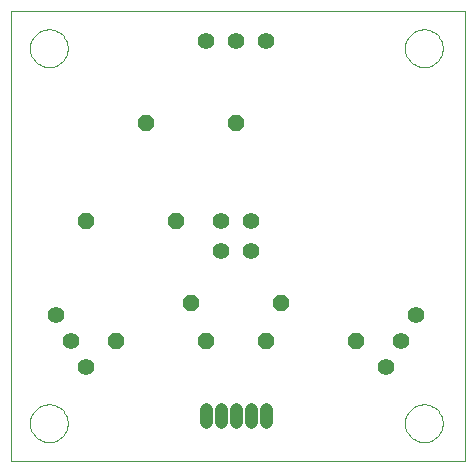
<source format=gtl>
G75*
G70*
%OFA0B0*%
%FSLAX24Y24*%
%IPPOS*%
%LPD*%
%AMOC8*
5,1,8,0,0,1.08239X$1,22.5*
%
%ADD10C,0.0000*%
%ADD11C,0.0551*%
%ADD12OC8,0.0520*%
%ADD13C,0.0560*%
%ADD14C,0.0436*%
D10*
X000100Y000100D02*
X000100Y015100D01*
X000100Y015096D02*
X015220Y015096D01*
X015220Y000100D01*
X000100Y000100D01*
X000720Y001350D02*
X000722Y001400D01*
X000728Y001450D01*
X000738Y001499D01*
X000752Y001547D01*
X000769Y001594D01*
X000790Y001639D01*
X000815Y001683D01*
X000843Y001724D01*
X000875Y001763D01*
X000909Y001800D01*
X000946Y001834D01*
X000986Y001864D01*
X001028Y001891D01*
X001072Y001915D01*
X001118Y001936D01*
X001165Y001952D01*
X001213Y001965D01*
X001263Y001974D01*
X001312Y001979D01*
X001363Y001980D01*
X001413Y001977D01*
X001462Y001970D01*
X001511Y001959D01*
X001559Y001944D01*
X001605Y001926D01*
X001650Y001904D01*
X001693Y001878D01*
X001734Y001849D01*
X001773Y001817D01*
X001809Y001782D01*
X001841Y001744D01*
X001871Y001704D01*
X001898Y001661D01*
X001921Y001617D01*
X001940Y001571D01*
X001956Y001523D01*
X001968Y001474D01*
X001976Y001425D01*
X001980Y001375D01*
X001980Y001325D01*
X001976Y001275D01*
X001968Y001226D01*
X001956Y001177D01*
X001940Y001129D01*
X001921Y001083D01*
X001898Y001039D01*
X001871Y000996D01*
X001841Y000956D01*
X001809Y000918D01*
X001773Y000883D01*
X001734Y000851D01*
X001693Y000822D01*
X001650Y000796D01*
X001605Y000774D01*
X001559Y000756D01*
X001511Y000741D01*
X001462Y000730D01*
X001413Y000723D01*
X001363Y000720D01*
X001312Y000721D01*
X001263Y000726D01*
X001213Y000735D01*
X001165Y000748D01*
X001118Y000764D01*
X001072Y000785D01*
X001028Y000809D01*
X000986Y000836D01*
X000946Y000866D01*
X000909Y000900D01*
X000875Y000937D01*
X000843Y000976D01*
X000815Y001017D01*
X000790Y001061D01*
X000769Y001106D01*
X000752Y001153D01*
X000738Y001201D01*
X000728Y001250D01*
X000722Y001300D01*
X000720Y001350D01*
X000720Y013850D02*
X000722Y013900D01*
X000728Y013950D01*
X000738Y013999D01*
X000752Y014047D01*
X000769Y014094D01*
X000790Y014139D01*
X000815Y014183D01*
X000843Y014224D01*
X000875Y014263D01*
X000909Y014300D01*
X000946Y014334D01*
X000986Y014364D01*
X001028Y014391D01*
X001072Y014415D01*
X001118Y014436D01*
X001165Y014452D01*
X001213Y014465D01*
X001263Y014474D01*
X001312Y014479D01*
X001363Y014480D01*
X001413Y014477D01*
X001462Y014470D01*
X001511Y014459D01*
X001559Y014444D01*
X001605Y014426D01*
X001650Y014404D01*
X001693Y014378D01*
X001734Y014349D01*
X001773Y014317D01*
X001809Y014282D01*
X001841Y014244D01*
X001871Y014204D01*
X001898Y014161D01*
X001921Y014117D01*
X001940Y014071D01*
X001956Y014023D01*
X001968Y013974D01*
X001976Y013925D01*
X001980Y013875D01*
X001980Y013825D01*
X001976Y013775D01*
X001968Y013726D01*
X001956Y013677D01*
X001940Y013629D01*
X001921Y013583D01*
X001898Y013539D01*
X001871Y013496D01*
X001841Y013456D01*
X001809Y013418D01*
X001773Y013383D01*
X001734Y013351D01*
X001693Y013322D01*
X001650Y013296D01*
X001605Y013274D01*
X001559Y013256D01*
X001511Y013241D01*
X001462Y013230D01*
X001413Y013223D01*
X001363Y013220D01*
X001312Y013221D01*
X001263Y013226D01*
X001213Y013235D01*
X001165Y013248D01*
X001118Y013264D01*
X001072Y013285D01*
X001028Y013309D01*
X000986Y013336D01*
X000946Y013366D01*
X000909Y013400D01*
X000875Y013437D01*
X000843Y013476D01*
X000815Y013517D01*
X000790Y013561D01*
X000769Y013606D01*
X000752Y013653D01*
X000738Y013701D01*
X000728Y013750D01*
X000722Y013800D01*
X000720Y013850D01*
X013220Y013850D02*
X013222Y013900D01*
X013228Y013950D01*
X013238Y013999D01*
X013252Y014047D01*
X013269Y014094D01*
X013290Y014139D01*
X013315Y014183D01*
X013343Y014224D01*
X013375Y014263D01*
X013409Y014300D01*
X013446Y014334D01*
X013486Y014364D01*
X013528Y014391D01*
X013572Y014415D01*
X013618Y014436D01*
X013665Y014452D01*
X013713Y014465D01*
X013763Y014474D01*
X013812Y014479D01*
X013863Y014480D01*
X013913Y014477D01*
X013962Y014470D01*
X014011Y014459D01*
X014059Y014444D01*
X014105Y014426D01*
X014150Y014404D01*
X014193Y014378D01*
X014234Y014349D01*
X014273Y014317D01*
X014309Y014282D01*
X014341Y014244D01*
X014371Y014204D01*
X014398Y014161D01*
X014421Y014117D01*
X014440Y014071D01*
X014456Y014023D01*
X014468Y013974D01*
X014476Y013925D01*
X014480Y013875D01*
X014480Y013825D01*
X014476Y013775D01*
X014468Y013726D01*
X014456Y013677D01*
X014440Y013629D01*
X014421Y013583D01*
X014398Y013539D01*
X014371Y013496D01*
X014341Y013456D01*
X014309Y013418D01*
X014273Y013383D01*
X014234Y013351D01*
X014193Y013322D01*
X014150Y013296D01*
X014105Y013274D01*
X014059Y013256D01*
X014011Y013241D01*
X013962Y013230D01*
X013913Y013223D01*
X013863Y013220D01*
X013812Y013221D01*
X013763Y013226D01*
X013713Y013235D01*
X013665Y013248D01*
X013618Y013264D01*
X013572Y013285D01*
X013528Y013309D01*
X013486Y013336D01*
X013446Y013366D01*
X013409Y013400D01*
X013375Y013437D01*
X013343Y013476D01*
X013315Y013517D01*
X013290Y013561D01*
X013269Y013606D01*
X013252Y013653D01*
X013238Y013701D01*
X013228Y013750D01*
X013222Y013800D01*
X013220Y013850D01*
X013220Y001350D02*
X013222Y001400D01*
X013228Y001450D01*
X013238Y001499D01*
X013252Y001547D01*
X013269Y001594D01*
X013290Y001639D01*
X013315Y001683D01*
X013343Y001724D01*
X013375Y001763D01*
X013409Y001800D01*
X013446Y001834D01*
X013486Y001864D01*
X013528Y001891D01*
X013572Y001915D01*
X013618Y001936D01*
X013665Y001952D01*
X013713Y001965D01*
X013763Y001974D01*
X013812Y001979D01*
X013863Y001980D01*
X013913Y001977D01*
X013962Y001970D01*
X014011Y001959D01*
X014059Y001944D01*
X014105Y001926D01*
X014150Y001904D01*
X014193Y001878D01*
X014234Y001849D01*
X014273Y001817D01*
X014309Y001782D01*
X014341Y001744D01*
X014371Y001704D01*
X014398Y001661D01*
X014421Y001617D01*
X014440Y001571D01*
X014456Y001523D01*
X014468Y001474D01*
X014476Y001425D01*
X014480Y001375D01*
X014480Y001325D01*
X014476Y001275D01*
X014468Y001226D01*
X014456Y001177D01*
X014440Y001129D01*
X014421Y001083D01*
X014398Y001039D01*
X014371Y000996D01*
X014341Y000956D01*
X014309Y000918D01*
X014273Y000883D01*
X014234Y000851D01*
X014193Y000822D01*
X014150Y000796D01*
X014105Y000774D01*
X014059Y000756D01*
X014011Y000741D01*
X013962Y000730D01*
X013913Y000723D01*
X013863Y000720D01*
X013812Y000721D01*
X013763Y000726D01*
X013713Y000735D01*
X013665Y000748D01*
X013618Y000764D01*
X013572Y000785D01*
X013528Y000809D01*
X013486Y000836D01*
X013446Y000866D01*
X013409Y000900D01*
X013375Y000937D01*
X013343Y000976D01*
X013315Y001017D01*
X013290Y001061D01*
X013269Y001106D01*
X013252Y001153D01*
X013238Y001201D01*
X013228Y001250D01*
X013222Y001300D01*
X013220Y001350D01*
D11*
X012600Y003234D03*
X013100Y004100D03*
X013600Y004966D03*
X008600Y014100D03*
X007600Y014100D03*
X006600Y014100D03*
X001600Y004966D03*
X002100Y004100D03*
X002600Y003234D03*
D12*
X003600Y004100D03*
X006100Y005350D03*
X006600Y004100D03*
X008600Y004100D03*
X009100Y005350D03*
X011600Y004100D03*
X005600Y008100D03*
X002600Y008100D03*
X004600Y011350D03*
X007600Y011350D03*
D13*
X007100Y008100D03*
X008100Y008100D03*
X008100Y007100D03*
X007100Y007100D03*
D14*
X007100Y001818D02*
X007100Y001382D01*
X006600Y001382D02*
X006600Y001818D01*
X007600Y001818D02*
X007600Y001382D01*
X008100Y001382D02*
X008100Y001818D01*
X008600Y001818D02*
X008600Y001382D01*
M02*

</source>
